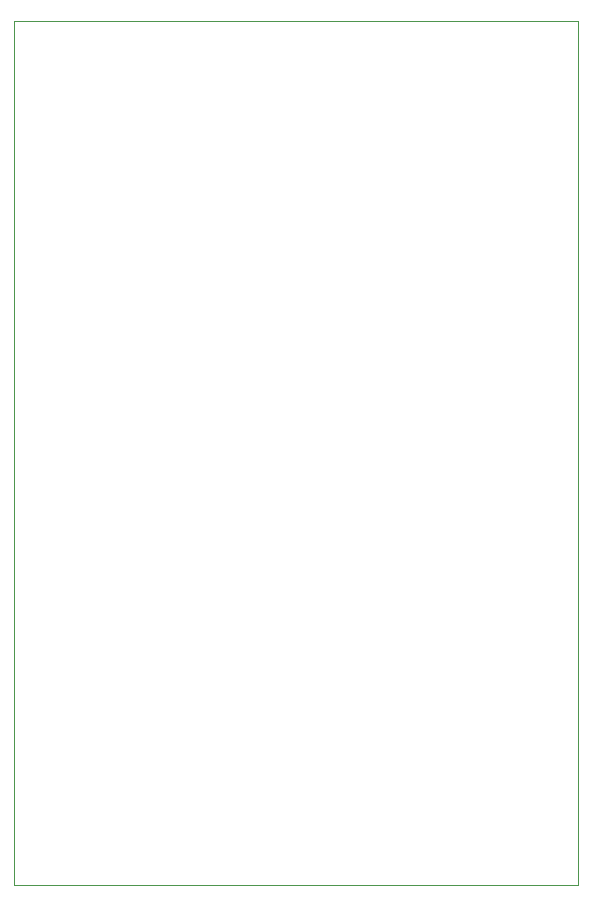
<source format=gm1>
G04 #@! TF.GenerationSoftware,KiCad,Pcbnew,(5.1.5)-3*
G04 #@! TF.CreationDate,2020-07-28T07:49:15-07:00*
G04 #@! TF.ProjectId,Plug_Pass,506c7567-5f50-4617-9373-2e6b69636164,v2.2*
G04 #@! TF.SameCoordinates,Original*
G04 #@! TF.FileFunction,Profile,NP*
%FSLAX46Y46*%
G04 Gerber Fmt 4.6, Leading zero omitted, Abs format (unit mm)*
G04 Created by KiCad (PCBNEW (5.1.5)-3) date 2020-07-28 07:49:15*
%MOMM*%
%LPD*%
G04 APERTURE LIST*
%ADD10C,0.025400*%
G04 APERTURE END LIST*
D10*
X176784000Y-53340000D02*
X176784000Y-126492000D01*
X129032000Y-53340000D02*
X176784000Y-53340000D01*
X129032000Y-126492000D02*
X176784000Y-126492000D01*
X129032000Y-126492000D02*
X129032000Y-53340000D01*
M02*

</source>
